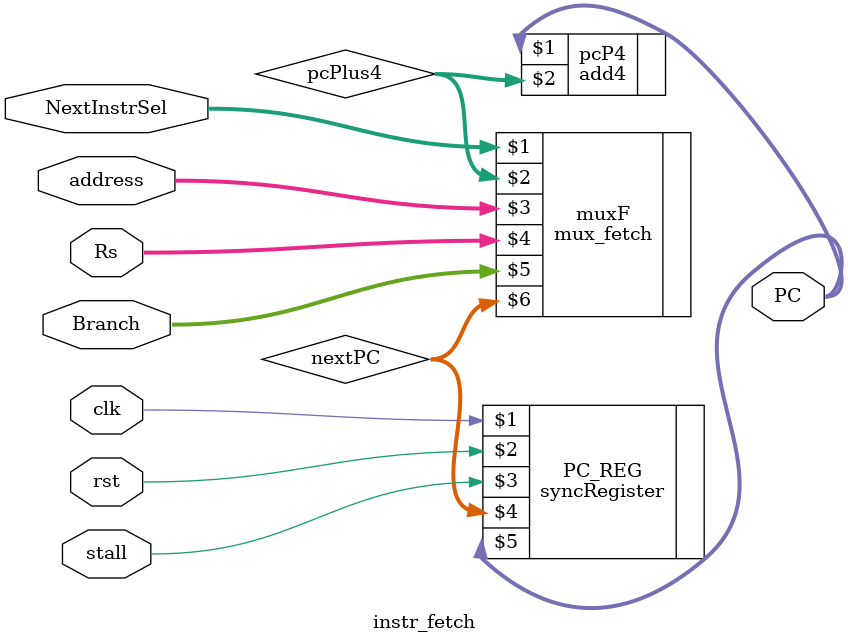
<source format=sv>
module instr_fetch(input logic clk, rst, stall,
					    input logic [1:0]NextInstrSel,
						 input logic [31:0] address, Rs, Branch,
						 
						 output logic [31:0] PC);
						 //output logic [4:0] OPcode,
						 //output logic [2:0] ALUop,
						 //output logic [4:0] Rs1,Rs2,Rd,
						 //output logic [15:0] Imm,
						 //output logic [26:0] Address);
						 
	
	logic[31:0] pcPlus4, nextPC;
	
	mux_fetch muxF (NextInstrSel, pcPlus4, address, Rs, Branch, nextPC);
	
	syncRegister PC_REG (clk, rst, stall, nextPC, PC);
	
	add4 pcP4 (PC, pcPlus4);
	
endmodule

</source>
